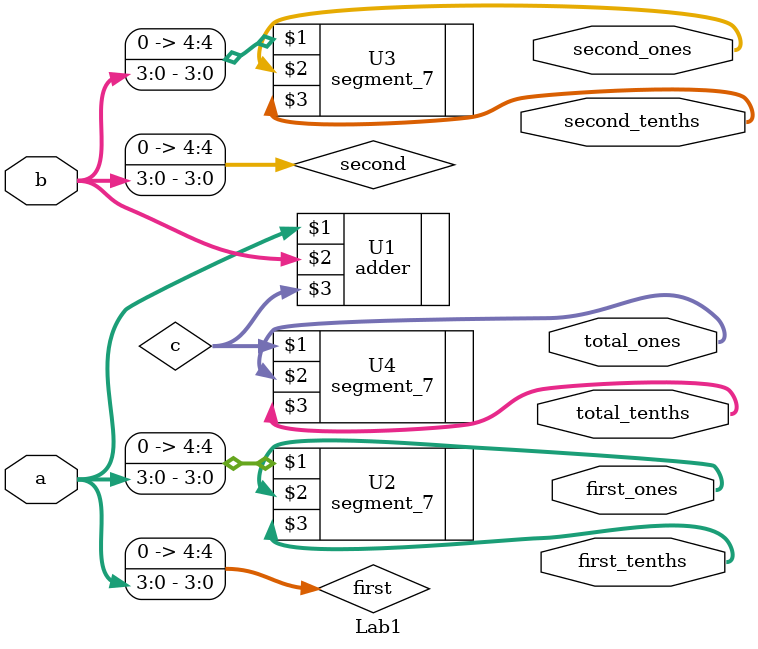
<source format=v>


module Lab1(
	input [3:0]a,
	input [3:0]b,
	output [6:0]first_ones,
	output [6:0]first_tenths,
	output [6:0]second_ones,
	output [6:0]second_tenths,
	output [6:0]total_ones,
	output [6:0]total_tenths
);


//-----------------------------------------------------------------------------    
//   Signal Declarations: wire
//-----------------------------------------------------------------------------
	wire [4:0]c;
	wire [4:0]first = { 1'b0, a };
	wire [4:0]second = { 1'b0, b };
//-----------------------------------------------------------------------------
	
	
	adder U1(a, b, c);
	
	segment_7 U2(first, first_ones, first_tenths);
	segment_7 U3(second, second_ones, second_tenths);
	segment_7 U4(c, total_ones, total_tenths);
	

endmodule

</source>
